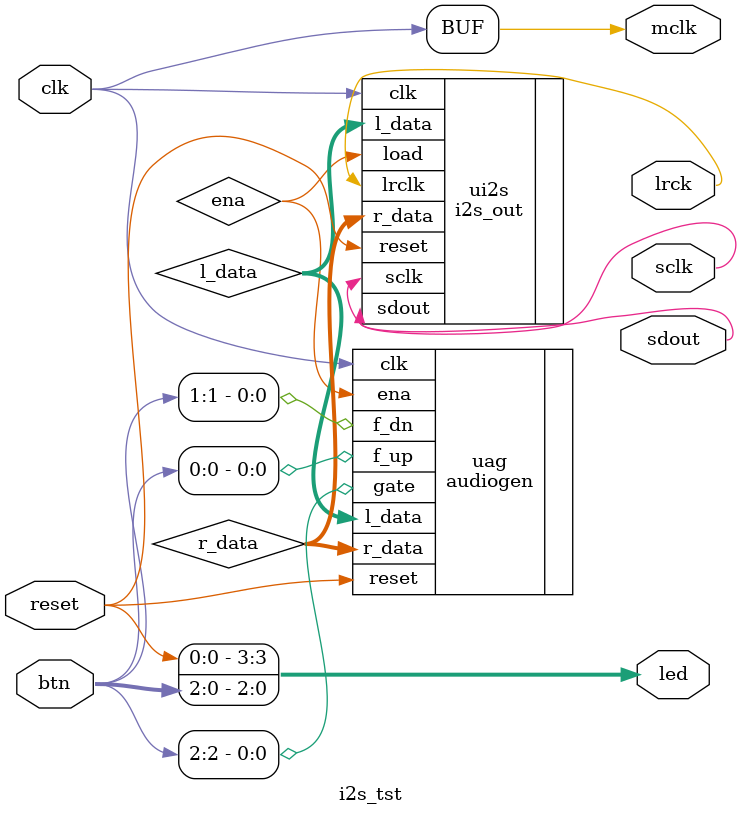
<source format=v>

module i2s_tst(clk, reset, btn, led, mclk, sclk, lrck, sdout);
	input clk;			// 16MHz system clock
	input reset;		// POR
	input [2:0] btn;	// User capsense buttons
	output [3:0] led;	// User LEDs
	output mclk;		// Master clock
	output sclk;		// Serial clock
	output lrck;		// Left/Right word clock
	output sdout;		// Audio data
	
	// Sample rate
	wire ena;
	
	// Audio Data Source
	wire signed [23:0] l_data, r_data;
	audiogen
		uag(.clk(clk), .reset(reset), .ena(ena),
			.f_up(btn[0]), .f_dn(btn[1]), .gate(btn[2]),
			.l_data(l_data), .r_data(r_data));
	
	// I2S serializer
	i2s_out
		ui2s(.clk(clk), .reset(reset),
			.l_data(l_data), .r_data(r_data),
			.sdout(sdout), .sclk(sclk), .lrclk(lrck),
			.load(ena));
	
	// Master I2S clock is just system clock
	assign mclk = clk;
	
	// Pass-thru buttons to LEDs
	assign led = {reset,btn};
endmodule

</source>
